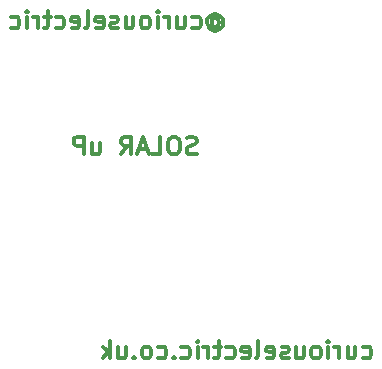
<source format=gbr>
G04 #@! TF.FileFunction,Legend,Bot*
%FSLAX46Y46*%
G04 Gerber Fmt 4.6, Leading zero omitted, Abs format (unit mm)*
G04 Created by KiCad (PCBNEW 4.0.4-stable) date 08/18/17 17:17:01*
%MOMM*%
%LPD*%
G01*
G04 APERTURE LIST*
%ADD10C,0.500000*%
%ADD11C,0.300000*%
G04 APERTURE END LIST*
D10*
D11*
X20708286Y24284857D02*
X20494000Y24213429D01*
X20136857Y24213429D01*
X19994000Y24284857D01*
X19922571Y24356286D01*
X19851143Y24499143D01*
X19851143Y24642000D01*
X19922571Y24784857D01*
X19994000Y24856286D01*
X20136857Y24927714D01*
X20422571Y24999143D01*
X20565429Y25070571D01*
X20636857Y25142000D01*
X20708286Y25284857D01*
X20708286Y25427714D01*
X20636857Y25570571D01*
X20565429Y25642000D01*
X20422571Y25713429D01*
X20065429Y25713429D01*
X19851143Y25642000D01*
X18922572Y25713429D02*
X18636858Y25713429D01*
X18494000Y25642000D01*
X18351143Y25499143D01*
X18279715Y25213429D01*
X18279715Y24713429D01*
X18351143Y24427714D01*
X18494000Y24284857D01*
X18636858Y24213429D01*
X18922572Y24213429D01*
X19065429Y24284857D01*
X19208286Y24427714D01*
X19279715Y24713429D01*
X19279715Y25213429D01*
X19208286Y25499143D01*
X19065429Y25642000D01*
X18922572Y25713429D01*
X16922571Y24213429D02*
X17636857Y24213429D01*
X17636857Y25713429D01*
X16494000Y24642000D02*
X15779714Y24642000D01*
X16636857Y24213429D02*
X16136857Y25713429D01*
X15636857Y24213429D01*
X14279714Y24213429D02*
X14779714Y24927714D01*
X15136857Y24213429D02*
X15136857Y25713429D01*
X14565429Y25713429D01*
X14422571Y25642000D01*
X14351143Y25570571D01*
X14279714Y25427714D01*
X14279714Y25213429D01*
X14351143Y25070571D01*
X14422571Y24999143D01*
X14565429Y24927714D01*
X15136857Y24927714D01*
X11851143Y25213429D02*
X11851143Y24213429D01*
X12494000Y25213429D02*
X12494000Y24427714D01*
X12422572Y24284857D01*
X12279714Y24213429D01*
X12065429Y24213429D01*
X11922572Y24284857D01*
X11851143Y24356286D01*
X11136857Y24213429D02*
X11136857Y25713429D01*
X10565429Y25713429D01*
X10422571Y25642000D01*
X10351143Y25570571D01*
X10279714Y25427714D01*
X10279714Y25213429D01*
X10351143Y25070571D01*
X10422571Y24999143D01*
X10565429Y24927714D01*
X11136857Y24927714D01*
X21969999Y35595714D02*
X22041427Y35667143D01*
X22184284Y35738571D01*
X22327142Y35738571D01*
X22469999Y35667143D01*
X22541427Y35595714D01*
X22612856Y35452857D01*
X22612856Y35310000D01*
X22541427Y35167143D01*
X22469999Y35095714D01*
X22327142Y35024286D01*
X22184284Y35024286D01*
X22041427Y35095714D01*
X21969999Y35167143D01*
X21969999Y35738571D02*
X21969999Y35167143D01*
X21898570Y35095714D01*
X21827142Y35095714D01*
X21684284Y35167143D01*
X21612856Y35310000D01*
X21612856Y35667143D01*
X21755713Y35881429D01*
X21969999Y36024286D01*
X22255713Y36095714D01*
X22541427Y36024286D01*
X22755713Y35881429D01*
X22898570Y35667143D01*
X22969999Y35381429D01*
X22898570Y35095714D01*
X22755713Y34881429D01*
X22541427Y34738571D01*
X22255713Y34667143D01*
X21969999Y34738571D01*
X21755713Y34881429D01*
X20327142Y34952857D02*
X20469999Y34881429D01*
X20755713Y34881429D01*
X20898571Y34952857D01*
X20969999Y35024286D01*
X21041428Y35167143D01*
X21041428Y35595714D01*
X20969999Y35738571D01*
X20898571Y35810000D01*
X20755713Y35881429D01*
X20469999Y35881429D01*
X20327142Y35810000D01*
X19041428Y35881429D02*
X19041428Y34881429D01*
X19684285Y35881429D02*
X19684285Y35095714D01*
X19612857Y34952857D01*
X19469999Y34881429D01*
X19255714Y34881429D01*
X19112857Y34952857D01*
X19041428Y35024286D01*
X18327142Y34881429D02*
X18327142Y35881429D01*
X18327142Y35595714D02*
X18255714Y35738571D01*
X18184285Y35810000D01*
X18041428Y35881429D01*
X17898571Y35881429D01*
X17398571Y34881429D02*
X17398571Y35881429D01*
X17398571Y36381429D02*
X17470000Y36310000D01*
X17398571Y36238571D01*
X17327143Y36310000D01*
X17398571Y36381429D01*
X17398571Y36238571D01*
X16469999Y34881429D02*
X16612857Y34952857D01*
X16684285Y35024286D01*
X16755714Y35167143D01*
X16755714Y35595714D01*
X16684285Y35738571D01*
X16612857Y35810000D01*
X16469999Y35881429D01*
X16255714Y35881429D01*
X16112857Y35810000D01*
X16041428Y35738571D01*
X15969999Y35595714D01*
X15969999Y35167143D01*
X16041428Y35024286D01*
X16112857Y34952857D01*
X16255714Y34881429D01*
X16469999Y34881429D01*
X14684285Y35881429D02*
X14684285Y34881429D01*
X15327142Y35881429D02*
X15327142Y35095714D01*
X15255714Y34952857D01*
X15112856Y34881429D01*
X14898571Y34881429D01*
X14755714Y34952857D01*
X14684285Y35024286D01*
X14041428Y34952857D02*
X13898571Y34881429D01*
X13612856Y34881429D01*
X13469999Y34952857D01*
X13398571Y35095714D01*
X13398571Y35167143D01*
X13469999Y35310000D01*
X13612856Y35381429D01*
X13827142Y35381429D01*
X13969999Y35452857D01*
X14041428Y35595714D01*
X14041428Y35667143D01*
X13969999Y35810000D01*
X13827142Y35881429D01*
X13612856Y35881429D01*
X13469999Y35810000D01*
X12184285Y34952857D02*
X12327142Y34881429D01*
X12612856Y34881429D01*
X12755713Y34952857D01*
X12827142Y35095714D01*
X12827142Y35667143D01*
X12755713Y35810000D01*
X12612856Y35881429D01*
X12327142Y35881429D01*
X12184285Y35810000D01*
X12112856Y35667143D01*
X12112856Y35524286D01*
X12827142Y35381429D01*
X11255713Y34881429D02*
X11398571Y34952857D01*
X11469999Y35095714D01*
X11469999Y36381429D01*
X10112857Y34952857D02*
X10255714Y34881429D01*
X10541428Y34881429D01*
X10684285Y34952857D01*
X10755714Y35095714D01*
X10755714Y35667143D01*
X10684285Y35810000D01*
X10541428Y35881429D01*
X10255714Y35881429D01*
X10112857Y35810000D01*
X10041428Y35667143D01*
X10041428Y35524286D01*
X10755714Y35381429D01*
X8755714Y34952857D02*
X8898571Y34881429D01*
X9184285Y34881429D01*
X9327143Y34952857D01*
X9398571Y35024286D01*
X9470000Y35167143D01*
X9470000Y35595714D01*
X9398571Y35738571D01*
X9327143Y35810000D01*
X9184285Y35881429D01*
X8898571Y35881429D01*
X8755714Y35810000D01*
X8327143Y35881429D02*
X7755714Y35881429D01*
X8112857Y36381429D02*
X8112857Y35095714D01*
X8041429Y34952857D01*
X7898571Y34881429D01*
X7755714Y34881429D01*
X7255714Y34881429D02*
X7255714Y35881429D01*
X7255714Y35595714D02*
X7184286Y35738571D01*
X7112857Y35810000D01*
X6970000Y35881429D01*
X6827143Y35881429D01*
X6327143Y34881429D02*
X6327143Y35881429D01*
X6327143Y36381429D02*
X6398572Y36310000D01*
X6327143Y36238571D01*
X6255715Y36310000D01*
X6327143Y36381429D01*
X6327143Y36238571D01*
X4970000Y34952857D02*
X5112857Y34881429D01*
X5398571Y34881429D01*
X5541429Y34952857D01*
X5612857Y35024286D01*
X5684286Y35167143D01*
X5684286Y35595714D01*
X5612857Y35738571D01*
X5541429Y35810000D01*
X5398571Y35881429D01*
X5112857Y35881429D01*
X4970000Y35810000D01*
X34772857Y7012857D02*
X34915714Y6941429D01*
X35201428Y6941429D01*
X35344286Y7012857D01*
X35415714Y7084286D01*
X35487143Y7227143D01*
X35487143Y7655714D01*
X35415714Y7798571D01*
X35344286Y7870000D01*
X35201428Y7941429D01*
X34915714Y7941429D01*
X34772857Y7870000D01*
X33487143Y7941429D02*
X33487143Y6941429D01*
X34130000Y7941429D02*
X34130000Y7155714D01*
X34058572Y7012857D01*
X33915714Y6941429D01*
X33701429Y6941429D01*
X33558572Y7012857D01*
X33487143Y7084286D01*
X32772857Y6941429D02*
X32772857Y7941429D01*
X32772857Y7655714D02*
X32701429Y7798571D01*
X32630000Y7870000D01*
X32487143Y7941429D01*
X32344286Y7941429D01*
X31844286Y6941429D02*
X31844286Y7941429D01*
X31844286Y8441429D02*
X31915715Y8370000D01*
X31844286Y8298571D01*
X31772858Y8370000D01*
X31844286Y8441429D01*
X31844286Y8298571D01*
X30915714Y6941429D02*
X31058572Y7012857D01*
X31130000Y7084286D01*
X31201429Y7227143D01*
X31201429Y7655714D01*
X31130000Y7798571D01*
X31058572Y7870000D01*
X30915714Y7941429D01*
X30701429Y7941429D01*
X30558572Y7870000D01*
X30487143Y7798571D01*
X30415714Y7655714D01*
X30415714Y7227143D01*
X30487143Y7084286D01*
X30558572Y7012857D01*
X30701429Y6941429D01*
X30915714Y6941429D01*
X29130000Y7941429D02*
X29130000Y6941429D01*
X29772857Y7941429D02*
X29772857Y7155714D01*
X29701429Y7012857D01*
X29558571Y6941429D01*
X29344286Y6941429D01*
X29201429Y7012857D01*
X29130000Y7084286D01*
X28487143Y7012857D02*
X28344286Y6941429D01*
X28058571Y6941429D01*
X27915714Y7012857D01*
X27844286Y7155714D01*
X27844286Y7227143D01*
X27915714Y7370000D01*
X28058571Y7441429D01*
X28272857Y7441429D01*
X28415714Y7512857D01*
X28487143Y7655714D01*
X28487143Y7727143D01*
X28415714Y7870000D01*
X28272857Y7941429D01*
X28058571Y7941429D01*
X27915714Y7870000D01*
X26630000Y7012857D02*
X26772857Y6941429D01*
X27058571Y6941429D01*
X27201428Y7012857D01*
X27272857Y7155714D01*
X27272857Y7727143D01*
X27201428Y7870000D01*
X27058571Y7941429D01*
X26772857Y7941429D01*
X26630000Y7870000D01*
X26558571Y7727143D01*
X26558571Y7584286D01*
X27272857Y7441429D01*
X25701428Y6941429D02*
X25844286Y7012857D01*
X25915714Y7155714D01*
X25915714Y8441429D01*
X24558572Y7012857D02*
X24701429Y6941429D01*
X24987143Y6941429D01*
X25130000Y7012857D01*
X25201429Y7155714D01*
X25201429Y7727143D01*
X25130000Y7870000D01*
X24987143Y7941429D01*
X24701429Y7941429D01*
X24558572Y7870000D01*
X24487143Y7727143D01*
X24487143Y7584286D01*
X25201429Y7441429D01*
X23201429Y7012857D02*
X23344286Y6941429D01*
X23630000Y6941429D01*
X23772858Y7012857D01*
X23844286Y7084286D01*
X23915715Y7227143D01*
X23915715Y7655714D01*
X23844286Y7798571D01*
X23772858Y7870000D01*
X23630000Y7941429D01*
X23344286Y7941429D01*
X23201429Y7870000D01*
X22772858Y7941429D02*
X22201429Y7941429D01*
X22558572Y8441429D02*
X22558572Y7155714D01*
X22487144Y7012857D01*
X22344286Y6941429D01*
X22201429Y6941429D01*
X21701429Y6941429D02*
X21701429Y7941429D01*
X21701429Y7655714D02*
X21630001Y7798571D01*
X21558572Y7870000D01*
X21415715Y7941429D01*
X21272858Y7941429D01*
X20772858Y6941429D02*
X20772858Y7941429D01*
X20772858Y8441429D02*
X20844287Y8370000D01*
X20772858Y8298571D01*
X20701430Y8370000D01*
X20772858Y8441429D01*
X20772858Y8298571D01*
X19415715Y7012857D02*
X19558572Y6941429D01*
X19844286Y6941429D01*
X19987144Y7012857D01*
X20058572Y7084286D01*
X20130001Y7227143D01*
X20130001Y7655714D01*
X20058572Y7798571D01*
X19987144Y7870000D01*
X19844286Y7941429D01*
X19558572Y7941429D01*
X19415715Y7870000D01*
X18772858Y7084286D02*
X18701430Y7012857D01*
X18772858Y6941429D01*
X18844287Y7012857D01*
X18772858Y7084286D01*
X18772858Y6941429D01*
X17415715Y7012857D02*
X17558572Y6941429D01*
X17844286Y6941429D01*
X17987144Y7012857D01*
X18058572Y7084286D01*
X18130001Y7227143D01*
X18130001Y7655714D01*
X18058572Y7798571D01*
X17987144Y7870000D01*
X17844286Y7941429D01*
X17558572Y7941429D01*
X17415715Y7870000D01*
X16558572Y6941429D02*
X16701430Y7012857D01*
X16772858Y7084286D01*
X16844287Y7227143D01*
X16844287Y7655714D01*
X16772858Y7798571D01*
X16701430Y7870000D01*
X16558572Y7941429D01*
X16344287Y7941429D01*
X16201430Y7870000D01*
X16130001Y7798571D01*
X16058572Y7655714D01*
X16058572Y7227143D01*
X16130001Y7084286D01*
X16201430Y7012857D01*
X16344287Y6941429D01*
X16558572Y6941429D01*
X15415715Y7084286D02*
X15344287Y7012857D01*
X15415715Y6941429D01*
X15487144Y7012857D01*
X15415715Y7084286D01*
X15415715Y6941429D01*
X14058572Y7941429D02*
X14058572Y6941429D01*
X14701429Y7941429D02*
X14701429Y7155714D01*
X14630001Y7012857D01*
X14487143Y6941429D01*
X14272858Y6941429D01*
X14130001Y7012857D01*
X14058572Y7084286D01*
X13344286Y6941429D02*
X13344286Y8441429D01*
X13201429Y7512857D02*
X12772858Y6941429D01*
X12772858Y7941429D02*
X13344286Y7370000D01*
M02*

</source>
